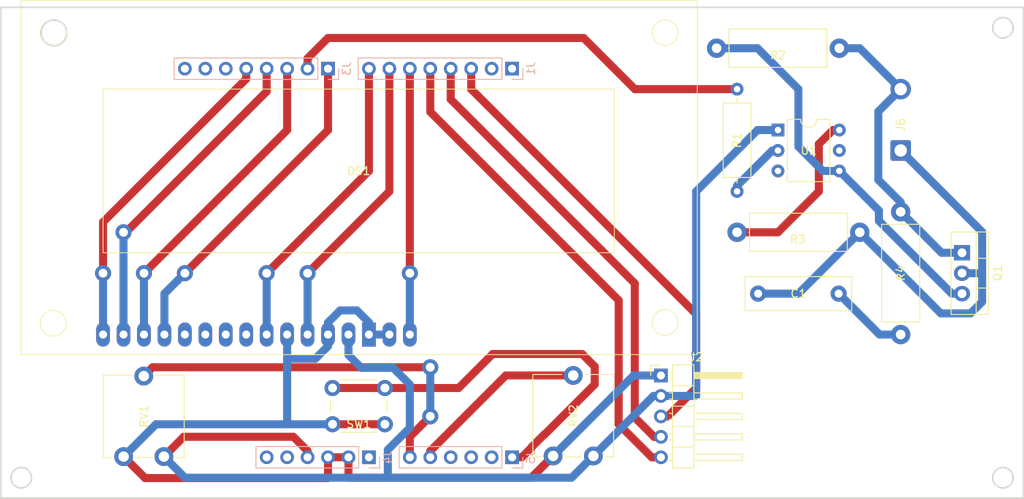
<source format=kicad_pcb>
(kicad_pcb (version 20221018) (generator pcbnew)
  (layers (0 "F.Cu" signal) (31 "B.Cu" signal) (34 "B.Paste" user) (35 "F.Paste" user) (36 "B.SilkS" user "B.Silkscreen") (37 "F.SilkS" user "F.Silkscreen") (38 "B.Mask" user) (39 "F.Mask" user) (44 "Edge.Cuts" user))
  (net 0 "")
  (net 1 "Net-(C1-Pad2)")
  (net 2 "GND")
  (net 3 "+5VD")
  (net 4 "Net-(DS1-A0)")
  (net 5 "Net-(DS1-E)")
  (net 10 "Net-(DS1-DB4)")
  (net 11 "Net-(DS1-DB5)")
  (net 12 "Net-(DS1-DB6)")
  (net 13 "Net-(DS1-DB7)")
  (net 14 "Net-(DS1-+LED)")
  (net 17 "Net-(J1-Pin_3)")
  (net 18 "Net-(J1-Pin_4)")
  (net 19 "Net-(J1-Pin_5)")
  (net 20 "Net-(J3-Pin_2)")
  (net 27 "Net-(J5-Pin_1)")
  (net 31 "Net-(J5-Pin_5)")
  (net 32 "Net-(J5-Pin_6)")
  (net 33 "Net-(J6-Pin_1)")
  (net 34 "Net-(Q1-G)")
  (net 35 "Net-(R1-Pad2)")
  (net 36 "Net-(R3-Pad1)")
  (net 39 "Net-(J6-Pin_2)")
  (footprint "Resistor_THT:R_Axial_DIN0414_L11.9mm_D4.5mm_P15.24mm_Horizontal" (layer "F.Cu") (at 185.42 91.44 90)
    (fp_text reference "R4" (at 7.62 0 90) (layer "F.SilkS"))
    (fp_text value "39")
    (fp_line (start 1.44 0) (end 1.55 0) (stroke (width 0.12)) (layer "F.SilkS"))
    (fp_line (start 1.55 -2.37) (end 1.55 2.37) (stroke (width 0.12)) (layer "F.SilkS"))
    (fp_line (start 1.55 2.37) (end 13.69 2.37) (stroke (width 0.12)) (layer "F.SilkS"))
    (fp_line (start 13.69 -2.37) (end 1.55 -2.37) (stroke (width 0.12)) (layer "F.SilkS"))
    (fp_line (start 13.69 2.37) (end 13.69 -2.37) (stroke (width 0.12)) (layer "F.SilkS"))
    (fp_line (start 13.8 0) (end 13.69 0) (stroke (width 0.12)) (layer "F.SilkS"))
    (pad "1" thru_hole circle (at 0 0 90) (size 2.4 2.4) (drill 1.2) (layers "*.Cu" "*.Mask") (net 1 "Net-(C1-Pad2)"))
    (pad "2" thru_hole oval (at 15.24 0 90) (size 2.4 2.4) (drill 1.2) (layers "*.Cu" "*.Mask") (net 39 "Net-(J6-Pin_2)"))
  )
  (footprint "Resistor_THT:R_Axial_DIN0309_L9.0mm_D3.2mm_P12.70mm_Horizontal" (layer "F.Cu") (at 165.1 60.96 -90)
    (fp_text reference "R1" (at 6.35 0 90) (layer "F.SilkS"))
    (fp_text value "220")
    (fp_line (start 1.04 0) (end 1.73 0) (stroke (width 0.12)) (layer "F.SilkS"))
    (fp_line (start 1.73 -1.72) (end 1.73 1.72) (stroke (width 0.12)) (layer "F.SilkS"))
    (fp_line (start 1.73 1.72) (end 10.97 1.72) (stroke (width 0.12)) (layer "F.SilkS"))
    (fp_line (start 10.97 -1.72) (end 1.73 -1.72) (stroke (width 0.12)) (layer "F.SilkS"))
    (fp_line (start 10.97 1.72) (end 10.97 -1.72) (stroke (width 0.12)) (layer "F.SilkS"))
    (fp_line (start 11.66 0) (end 10.97 0) (stroke (width 0.12)) (layer "F.SilkS"))
    (pad "1" thru_hole circle (at 0 0 270) (size 1.6 1.6) (drill 0.8) (layers "*.Cu" "*.Mask") (net 20 "Net-(J3-Pin_2)"))
    (pad "2" thru_hole oval (at 12.7 0 270) (size 1.6 1.6) (drill 0.8) (layers "*.Cu" "*.Mask") (net 35 "Net-(R1-Pad2)"))
  )
  (footprint "thermst:MT16S2H" (layer "F.Cu") (at 86.36 91.44)
    (fp_text reference "DS1" (at 31.75 -20.32) (layer "F.SilkS"))
    (fp_text value "MT-16S2H")
    (fp_rect (start -10.2 -41.5) (end 73.8 2.5) (stroke (width 0.1)) (fill none) (layer "F.SilkS"))
    (fp_rect (start 0 -10.16) (end 63.5 -30.48) (stroke (width 0.1)) (fill none) (layer "F.SilkS"))
    (fp_circle (center -6.2 -37.5) (end -4.6 -37.5) (stroke (width 0.1)) (fill none) (layer "F.SilkS"))
    (fp_circle (center -6.2 -1.4) (end -4.6 -1.4) (stroke (width 0.1)) (fill none) (layer "F.SilkS"))
    (fp_circle (center 69.8 -37.5) (end 71.4 -37.5) (stroke (width 0.1)) (fill none) (layer "F.SilkS"))
    (fp_circle (center 69.8 -1.5) (end 71.4 -1.5) (stroke (width 0.1)) (fill none) (layer "F.SilkS"))
    (pad "1" thru_hole rect (at 33.02 0 180) (size 1.7 3) (drill oval 1) (layers "*.Cu" "*.Mask") (net 2 "GND"))
    (pad "2" thru_hole oval (at 30.48 0 180) (size 1.7 3) (drill 1) (layers "*.Cu" "*.Mask") (net 3 "+5VD"))
    (pad "3" thru_hole oval (at 27.94 0 180) (size 1.7 3) (drill 1) (layers "*.Cu" "*.Mask") (net 2 "GND"))
    (pad "4" thru_hole oval (at 25.4 0 180) (size 1.7 3) (drill 1) (layers "*.Cu" "*.Mask") (net 4 "Net-(DS1-A0)"))
    (pad "5" thru_hole oval (at 22.86 0 180) (size 1.7 3) (drill 1) (layers "*.Cu" "*.Mask") (net 2 "GND"))
    (pad "6" thru_hole oval (at 20.32 0 180) (size 1.7 3) (drill 1) (layers "*.Cu" "*.Mask") (net 5 "Net-(DS1-E)"))
    (pad "7" thru_hole oval (at 17.78 0 180) (size 1.7 3) (drill 1) (layers "*.Cu" "*.Mask"))
    (pad "8" thru_hole oval (at 15.24 0 180) (size 1.7 3) (drill 1) (layers "*.Cu" "*.Mask"))
    (pad "9" thru_hole oval (at 12.7 0 180) (size 1.7 3) (drill 1) (layers "*.Cu" "*.Mask"))
    (pad "10" thru_hole oval (at 10.16 0 180) (size 1.7 3) (drill 1) (layers "*.Cu" "*.Mask"))
    (pad "11" thru_hole oval (at 7.62 0 180) (size 1.7 3) (drill 1) (layers "*.Cu" "*.Mask") (net 10 "Net-(DS1-DB4)"))
    (pad "12" thru_hole oval (at 5.08 0 180) (size 1.7 3) (drill 1) (layers "*.Cu" "*.Mask") (net 11 "Net-(DS1-DB5)"))
    (pad "13" thru_hole oval (at 2.54 0 180) (size 1.7 3) (drill 1) (layers "*.Cu" "*.Mask") (net 12 "Net-(DS1-DB6)"))
    (pad "14" thru_hole oval (at 0 0 180) (size 1.7 3) (drill 1) (layers "*.Cu" "*.Mask") (net 13 "Net-(DS1-DB7)"))
    (pad "15" thru_hole oval (at 38.1 0 180) (size 1.7 3) (drill 1) (layers "*.Cu" "*.Mask") (net 14 "Net-(DS1-+LED)"))
    (pad "16" thru_hole oval (at 35.56 0 180) (size 1.7 3) (drill 1) (layers "*.Cu" "*.Mask") (net 2 "GND"))
  )
  (footprint "Package_TO_SOT_THT:TO-220-3_Vertical" (layer "F.Cu") (at 193.04 81.28 -90)
    (fp_text reference "Q1" (at 2.54 -4.445 90) (layer "F.SilkS"))
    (fp_text value "BT138-600")
    (fp_line (start -2.58 -3.27) (end -2.58 1.371) (stroke (width 0.12)) (layer "F.SilkS"))
    (fp_line (start -2.58 -3.27) (end 7.66 -3.27) (stroke (width 0.12)) (layer "F.SilkS"))
    (fp_line (start -2.58 -1.76) (end 7.66 -1.76) (stroke (width 0.12)) (layer "F.SilkS"))
    (fp_line (start -2.58 1.371) (end 7.66 1.371) (stroke (width 0.12)) (layer "F.SilkS"))
    (fp_line (start 0.69 -3.27) (end 0.69 -1.76) (stroke (width 0.12)) (layer "F.SilkS"))
    (fp_line (start 4.391 -3.27) (end 4.391 -1.76) (stroke (width 0.12)) (layer "F.SilkS"))
    (fp_line (start 7.66 -3.27) (end 7.66 1.371) (stroke (width 0.12)) (layer "F.SilkS"))
    (pad "1" thru_hole rect (at 0 0 270) (size 1.905 2) (drill 1.1) (layers "*.Cu" "*.Mask") (net 39 "Net-(J6-Pin_2)"))
    (pad "2" thru_hole oval (at 2.54 0 270) (size 1.905 2) (drill 1.1) (layers "*.Cu" "*.Mask") (net 33 "Net-(J6-Pin_1)"))
    (pad "3" thru_hole oval (at 5.08 0 270) (size 1.905 2) (drill 1.1) (layers "*.Cu" "*.Mask") (net 34 "Net-(Q1-G)"))
  )
  (footprint "Connector_Wire:SolderWire-0.75sqmm_1x02_P4.8mm_D1.25mm_OD2.3mm" (layer "F.Cu") (at 185.42 68.58 90)
    (fp_text reference "J6" (at 3.175 0 90) (layer "F.SilkS"))
    (fp_text value "Conn_01x02")
    (pad "1" thru_hole roundrect (at 0 0 90) (size 2.55 2.55) (drill 1.55) (layers "*.Cu" "*.Mask") (roundrect_rratio 0.098039) (net 33 "Net-(J6-Pin_1)"))
    (pad "2" thru_hole circle (at 7.62 0 90) (size 2.55 2.55) (drill 1.55) (layers "*.Cu" "*.Mask") (net 39 "Net-(J6-Pin_2)"))
  )
  (footprint "Resistor_THT:R_Axial_DIN0414_L11.9mm_D4.5mm_P15.24mm_Horizontal" (layer "F.Cu") (at 165.1 78.74)
    (fp_text reference "R3" (at 7.54 0.88) (layer "F.SilkS"))
    (fp_text value "360")
    (fp_line (start 1.44 0) (end 1.55 0) (stroke (width 0.12)) (layer "F.SilkS"))
    (fp_line (start 1.55 -2.37) (end 1.55 2.37) (stroke (width 0.12)) (layer "F.SilkS"))
    (fp_line (start 1.55 2.37) (end 13.69 2.37) (stroke (width 0.12)) (layer "F.SilkS"))
    (fp_line (start 13.69 -2.37) (end 1.55 -2.37) (stroke (width 0.12)) (layer "F.SilkS"))
    (fp_line (start 13.69 2.37) (end 13.69 -2.37) (stroke (width 0.12)) (layer "F.SilkS"))
    (fp_line (start 13.8 0) (end 13.69 0) (stroke (width 0.12)) (layer "F.SilkS"))
    (pad "1" thru_hole circle (at 0 0) (size 2.4 2.4) (drill 1.2) (layers "*.Cu" "*.Mask") (net 36 "Net-(R3-Pad1)"))
    (pad "2" thru_hole oval (at 15.24 0) (size 2.4 2.4) (drill 1.2) (layers "*.Cu" "*.Mask") (net 33 "Net-(J6-Pin_1)"))
  )
  (footprint "Potentiometer_THT:Potentiometer_ACP_CA9-V10_Vertical" (layer "F.Cu") (at 93.915 106.6 90)
    (fp_text reference "RV1" (at 5 -2.475 90) (layer "F.SilkS"))
    (fp_text value "Temperature")
    (fp_line (start -0.12 -7.521) (end -0.12 -6.426) (stroke (width 0.12)) (layer "F.SilkS"))
    (fp_line (start -0.12 -7.521) (end 10.12 -7.521) (stroke (width 0.12)) (layer "F.SilkS"))
    (fp_line (start -0.12 -3.574) (end -0.12 -1.425) (stroke (width 0.12)) (layer "F.SilkS"))
    (fp_line (start -0.12 1.425) (end -0.12 2.52) (stroke (width 0.12)) (layer "F.SilkS"))
    (fp_line (start -0.12 2.52) (end 10.12 2.52) (stroke (width 0.12)) (layer "F.SilkS"))
    (fp_line (start 10.12 -7.521) (end 10.12 -3.925) (stroke (width 0.12)) (layer "F.SilkS"))
    (fp_line (start 10.12 -1.075) (end 10.12 2.52) (stroke (width 0.12)) (layer "F.SilkS"))
    (pad "1" thru_hole circle (at 0 0 90) (size 2.34 2.34) (drill 1.3) (layers "*.Cu" "*.Mask") (net 3 "+5VD"))
    (pad "2" thru_hole circle (at 10 -2.5 90) (size 2.34 2.34) (drill 1.3) (layers "*.Cu" "*.Mask") (net 32 "Net-(J5-Pin_6)"))
    (pad "3" thru_hole circle (at 0 -5 90) (size 2.34 2.34) (drill 1.3) (layers "*.Cu" "*.Mask") (net 2 "GND"))
  )
  (footprint "Resistor_THT:R_Axial_DIN0414_L11.9mm_D4.5mm_P15.24mm_Horizontal" (layer "F.Cu") (at 162.56 55.88)
    (fp_text reference "R2" (at 7.62 0.88) (layer "F.SilkS"))
    (fp_text value "360")
    (fp_line (start 1.44 0) (end 1.55 0) (stroke (width 0.12)) (layer "F.SilkS"))
    (fp_line (start 1.55 -2.37) (end 1.55 2.37) (stroke (width 0.12)) (layer "F.SilkS"))
    (fp_line (start 1.55 2.37) (end 13.69 2.37) (stroke (width 0.12)) (layer "F.SilkS"))
    (fp_line (start 13.69 -2.37) (end 1.55 -2.37) (stroke (width 0.12)) (layer "F.SilkS"))
    (fp_line (start 13.69 2.37) (end 13.69 -2.37) (stroke (width 0.12)) (layer "F.SilkS"))
    (fp_line (start 13.8 0) (end 13.69 0) (stroke (width 0.12)) (layer "F.SilkS"))
    (pad "1" thru_hole circle (at 0 0) (size 2.4 2.4) (drill 1.2) (layers "*.Cu" "*.Mask") (net 34 "Net-(Q1-G)"))
    (pad "2" thru_hole oval (at 15.24 0) (size 2.4 2.4) (drill 1.2) (layers "*.Cu" "*.Mask") (net 39 "Net-(J6-Pin_2)"))
  )
  (footprint "Package_DIP:DIP-6_W7.62mm" (layer "F.Cu") (at 170.18 66.04)
    (fp_text reference "U1" (at 3.81 2.54) (layer "F.SilkS"))
    (fp_text value "MOC3062M")
    (fp_line (start 1.16 -1.33) (end 1.16 6.41) (stroke (width 0.12)) (layer "F.SilkS"))
    (fp_line (start 1.16 6.41) (end 6.46 6.41) (stroke (width 0.12)) (layer "F.SilkS"))
    (fp_line (start 2.81 -1.33) (end 1.16 -1.33) (stroke (width 0.12)) (layer "F.SilkS"))
    (fp_line (start 6.46 -1.33) (end 4.81 -1.33) (stroke (width 0.12)) (layer "F.SilkS"))
    (fp_line (start 6.46 6.41) (end 6.46 -1.33) (stroke (width 0.12)) (layer "F.SilkS"))
    (fp_arc (start 4.81 -1.33) (mid 3.81 -0.33) (end 2.81 -1.33) (stroke (width 0.12)) (layer "F.SilkS"))
    (pad "1" thru_hole rect (at 0 0) (size 1.6 1.6) (drill 0.8) (layers "*.Cu" "*.Mask") (net 3 "+5VD"))
    (pad "2" thru_hole oval (at 0 2.54) (size 1.6 1.6) (drill 0.8) (layers "*.Cu" "*.Mask") (net 35 "Net-(R1-Pad2)"))
    (pad "3" thru_hole oval (at 0 5.08) (size 1.6 1.6) (drill 0.8) (layers "*.Cu" "*.Mask"))
    (pad "4" thru_hole oval (at 7.62 5.08) (size 1.6 1.6) (drill 0.8) (layers "*.Cu" "*.Mask") (net 34 "Net-(Q1-G)"))
    (pad "5" thru_hole oval (at 7.62 2.54) (size 1.6 1.6) (drill 0.8) (layers "*.Cu" "*.Mask"))
    (pad "6" thru_hole oval (at 7.62 0) (size 1.6 1.6) (drill 0.8) (layers "*.Cu" "*.Mask") (net 36 "Net-(R3-Pad1)"))
  )
  (footprint "Button_Switch_THT:SW_PUSH_6mm_H13mm" (layer "F.Cu") (at 121.36 102.58 180)
    (fp_text reference "SW1" (at 3.25 0.015564) (layer "F.SilkS"))
    (fp_text value "Mode")
    (fp_line (start -0.25 1.5) (end -0.25 3) (stroke (width 0.12)) (layer "F.SilkS"))
    (fp_line (start 1 5.5) (end 5.5 5.5) (stroke (width 0.12)) (layer "F.SilkS"))
    (fp_line (start 5.5 -1) (end 1 -1) (stroke (width 0.12)) (layer "F.SilkS"))
    (fp_line (start 6.75 3) (end 6.75 1.5) (stroke (width 0.12)) (layer "F.SilkS"))
    (pad "1" thru_hole circle (at 0 0 270) (size 2 2) (drill 1.1) (layers "*.Cu" "*.Mask") (net 2 "GND"))
    (pad "1" thru_hole circle (at 6.5 0 270) (size 2 2) (drill 1.1) (layers "*.Cu" "*.Mask") (net 2 "GND"))
    (pad "2" thru_hole circle (at 0 4.5 270) (size 2 2) (drill 1.1) (layers "*.Cu" "*.Mask") (net 27 "Net-(J5-Pin_1)"))
    (pad "2" thru_hole circle (at 6.5 4.5 270) (size 2 2) (drill 1.1) (layers "*.Cu" "*.Mask") (net 27 "Net-(J5-Pin_1)"))
  )
  (footprint "Capacitor_THT:C_Rect_L13.0mm_W4.0mm_P10.00mm_FKS3_FKP3_MKS4" (layer "F.Cu") (at 167.72 86.36)
    (fp_text reference "C1" (at 5 0) (layer "F.SilkS"))
    (fp_text value "0.01")
    (fp_line (start -1.62 -2.12) (end -1.62 2.12) (stroke (width 0.12)) (layer "F.SilkS"))
    (fp_line (start -1.62 -2.12) (end 11.62 -2.12) (stroke (width 0.12)) (layer "F.SilkS"))
    (fp_line (start -1.62 2.12) (end 11.62 2.12) (stroke (width 0.12)) (layer "F.SilkS"))
    (fp_line (start 11.62 -2.12) (end 11.62 2.12) (stroke (width 0.12)) (layer "F.SilkS"))
    (pad "1" thru_hole circle (at 0 0) (size 2 2) (drill 1) (layers "*.Cu" "*.Mask") (net 33 "Net-(J6-Pin_1)"))
    (pad "2" thru_hole circle (at 10 0) (size 2 2) (drill 1) (layers "*.Cu" "*.Mask") (net 1 "Net-(C1-Pad2)"))
  )
  (footprint "Connector_PinHeader_2.54mm:PinHeader_1x05_P2.54mm_Horizontal" (layer "F.Cu") (at 155.645 96.525)
    (fp_text reference "J2" (at 4.385 -2.27) (layer "F.SilkS"))
    (fp_text value "thermocouple")
    (fp_line (start -1.27 -1.27) (end 0 -1.27) (stroke (width 0.12)) (layer "F.SilkS"))
    (fp_line (start -1.27 0) (end -1.27 -1.27) (stroke (width 0.12)) (layer "F.SilkS"))
    (fp_line (start 1.042929 2.16) (end 1.44 2.16) (stroke (width 0.12)) (layer "F.SilkS"))
    (fp_line (start 1.042929 2.92) (end 1.44 2.92) (stroke (width 0.12)) (layer "F.SilkS"))
    (fp_line (start 1.042929 4.7) (end 1.44 4.7) (stroke (width 0.12)) (layer "F.SilkS"))
    (fp_line (start 1.042929 5.46) (end 1.44 5.46) (stroke (width 0.12)) (layer "F.SilkS"))
    (fp_line (start 1.042929 7.24) (end 1.44 7.24) (stroke (width 0.12)) (layer "F.SilkS"))
    (fp_line (start 1.042929 8) (end 1.44 8) (stroke (width 0.12)) (layer "F.SilkS"))
    (fp_line (start 1.042929 9.78) (end 1.44 9.78) (stroke (width 0.12)) (layer "F.SilkS"))
    (fp_line (start 1.042929 10.54) (end 1.44 10.54) (stroke (width 0.12)) (layer "F.SilkS"))
    (fp_line (start 1.11 -0.38) (end 1.44 -0.38) (stroke (width 0.12)) (layer "F.SilkS"))
    (fp_line (start 1.11 0.38) (end 1.44 0.38) (stroke (width 0.12)) (layer "F.SilkS"))
    (fp_line (start 1.44 -1.33) (end 1.44 11.49) (stroke (width 0.12)) (layer "F.SilkS"))
    (fp_line (start 1.44 1.27) (end 4.1 1.27) (stroke (width 0.12)) (layer "F.SilkS"))
    (fp_line (start 1.44 3.81) (end 4.1 3.81) (stroke (width 0.12)) (layer "F.SilkS"))
    (fp_line (start 1.44 6.35) (end 4.1 6.35) (stroke (width 0.12)) (layer "F.SilkS"))
    (fp_line (start 1.44 8.89) (end 4.1 8.89) (stroke (width 0.12)) (layer "F.SilkS"))
    (fp_line (start 1.44 11.49) (end 4.1 11.49) (stroke (width 0.12)) (layer "F.SilkS"))
    (fp_line (start 4.1 -1.33) (end 1.44 -1.33) (stroke (width 0.12)) (layer "F.SilkS"))
    (fp_line (start 4.1 -0.38) (end 10.1 -0.38) (stroke (width 0.12)) (layer "F.SilkS"))
    (fp_line (start 4.1 -0.32) (end 10.1 -0.32) (stroke (width 0.12)) (layer "F.SilkS"))
    (fp_line (start 4.1 -0.2) (end 10.1 -0.2) (stroke (width 0.12)) (layer "F.SilkS"))
    (fp_line (start 4.1 -0.08) (end 10.1 -0.08) (stroke (width 0.12)) (layer "F.SilkS"))
    (fp_line (start 4.1 0.04) (end 10.1 0.04) (stroke (width 0.12)) (layer "F.SilkS"))
    (fp_line (start 4.1 0.16) (end 10.1 0.16) (stroke (width 0.12)) (layer "F.SilkS"))
    (fp_line (start 4.1 0.28) (end 10.1 0.28) (stroke (width 0.12)) (layer "F.SilkS"))
    (fp_line (start 4.1 2.16) (end 10.1 2.16) (stroke (width 0.12)) (layer "F.SilkS"))
    (fp_line (start 4.1 4.7) (end 10.1 4.7) (stroke (width 0.12)) (layer "F.SilkS"))
    (fp_line (start 4.1 7.24) (end 10.1 7.24) (stroke (width 0.12)) (layer "F.SilkS"))
    (fp_line (start 4.1 9.78) (end 10.1 9.78) (stroke (width 0.12)) (layer "F.SilkS"))
    (fp_line (start 4.1 11.49) (end 4.1 -1.33) (stroke (width 0.12)) (layer "F.SilkS"))
    (fp_line (start 10.1 -0.38) (end 10.1 0.38) (stroke (width 0.12)) (layer "F.SilkS"))
    (fp_line (start 10.1 0.38) (end 4.1 0.38) (stroke (width 0.12)) (layer "F.SilkS"))
    (fp_line (start 10.1 2.16) (end 10.1 2.92) (stroke (width 0.12)) (layer "F.SilkS"))
    (fp_line (start 10.1 2.92) (end 4.1 2.92) (stroke (width 0.12)) (layer "F.SilkS"))
    (fp_line (start 10.1 4.7) (end 10.1 5.46) (stroke (width 0.12)) (layer "F.SilkS"))
    (fp_line (start 10.1 5.46) (end 4.1 5.46) (stroke (width 0.12)) (layer "F.SilkS"))
    (fp_line (start 10.1 7.24) (end 10.1 8) (stroke (width 0.12)) (layer "F.SilkS"))
    (fp_line (start 10.1 8) (end 4.1 8) (stroke (width 0.12)) (layer "F.SilkS"))
    (fp_line (start 10.1 9.78) (end 10.1 10.54) (stroke (width 0.12)) (layer "F.SilkS"))
    (fp_line (start 10.1 10.54) (end 4.1 10.54) (stroke (width 0.12)) (layer "F.SilkS"))
    (pad "1" thru_hole rect (at 0 0) (size 1.7 1.7) (drill 1) (layers "*.Cu" "*.Mask") (net 2 "GND"))
    (pad "2" thru_hole oval (at 0 2.54) (size 1.7 1.7) (drill 1) (layers "*.Cu" "*.Mask") (net 3 "+5VD"))
    (pad "3" thru_hole oval (at 0 5.08) (size 1.7 1.7) (drill 1) (layers "*.Cu" "*.Mask") (net 17 "Net-(J1-Pin_3)"))
    (pad "4" thru_hole oval (at 0 7.62) (size 1.7 1.7) (drill 1) (layers "*.Cu" "*.Mask") (net 18 "Net-(J1-Pin_4)"))
    (pad "5" thru_hole oval (at 0 10.16) (size 1.7 1.7) (drill 1) (layers "*.Cu" "*.Mask") (net 19 "Net-(J1-Pin_5)"))
  )
  (footprint "Potentiometer_THT:Potentiometer_ACP_CA9-V10_Vertical" (layer "F.Cu") (at 147.255 106.52 90)
    (fp_text reference "RV2" (at 5 -2.475 90) (layer "F.SilkS"))
    (fp_text value "Power")
    (fp_line (start -0.12 -7.521) (end -0.12 -6.426) (stroke (width 0.12)) (layer "F.SilkS"))
    (fp_line (start -0.12 -7.521) (end 10.12 -7.521) (stroke (width 0.12)) (layer "F.SilkS"))
    (fp_line (start -0.12 -3.574) (end -0.12 -1.425) (stroke (width 0.12)) (layer "F.SilkS"))
    (fp_line (start -0.12 1.425) (end -0.12 2.52) (stroke (width 0.12)) (layer "F.SilkS"))
    (fp_line (start -0.12 2.52) (end 10.12 2.52) (stroke (width 0.12)) (layer "F.SilkS"))
    (fp_line (start 10.12 -7.521) (end 10.12 -3.925) (stroke (width 0.12)) (layer "F.SilkS"))
    (fp_line (start 10.12 -1.075) (end 10.12 2.52) (stroke (width 0.12)) (layer "F.SilkS"))
    (pad "1" thru_hole circle (at 0 0 90) (size 2.34 2.34) (drill 1.3) (layers "*.Cu" "*.Mask") (net 3 "+5VD"))
    (pad "2" thru_hole circle (at 10 -2.5 90) (size 2.34 2.34) (drill 1.3) (layers "*.Cu" "*.Mask") (net 31 "Net-(J5-Pin_5)"))
    (pad "3" thru_hole circle (at 0 -5 90) (size 2.34 2.34) (drill 1.3) (layers "*.Cu" "*.Mask") (net 2 "GND"))
  )
  (footprint "Connector_PinHeader_2.54mm:PinHeader_1x08_P2.54mm_Vertical" (layer "B.Cu") (at 114.3 58.42 90)
    (fp_text reference "J3" (at 0 2.33 90) (layer "B.SilkS") (effects (justify mirror)))
    (fp_text value "Port B")
    (fp_line (start -1.33 -19.11) (end 1.33 -19.11) (stroke (width 0.12)) (layer "B.SilkS"))
    (fp_line (start -1.33 -1.27) (end -1.33 -19.11) (stroke (width 0.12)) (layer "B.SilkS"))
    (fp_line (start -1.33 -1.27) (end 1.33 -1.27) (stroke (width 0.12)) (layer "B.SilkS"))
    (fp_line (start -1.33 0) (end -1.33 1.33) (stroke (width 0.12)) (layer "B.SilkS"))
    (fp_line (start -1.33 1.33) (end 0 1.33) (stroke (width 0.12)) (layer "B.SilkS"))
    (fp_line (start 1.33 -1.27) (end 1.33 -19.11) (stroke (width 0.12)) (layer "B.SilkS"))
    (pad "1" thru_hole rect (at 0 0 90) (size 1.7 1.7) (drill 1) (layers "*.Cu" "*.Mask") (net 10 "Net-(DS1-DB4)"))
    (pad "2" thru_hole oval (at 0 -2.54 90) (size 1.7 1.7) (drill 1) (layers "*.Cu" "*.Mask") (net 20 "Net-(J3-Pin_2)"))
    (pad "3" thru_hole oval (at 0 -5.08 90) (size 1.7 1.7) (drill 1) (layers "*.Cu" "*.Mask") (net 11 "Net-(DS1-DB5)"))
    (pad "4" thru_hole oval (at 0 -7.62 90) (size 1.7 1.7) (drill 1) (layers "*.Cu" "*.Mask") (net 12 "Net-(DS1-DB6)"))
    (pad "5" thru_hole oval (at 0 -10.16 90) (size 1.7 1.7) (drill 1) (layers "*.Cu" "*.Mask") (net 13 "Net-(DS1-DB7)"))
    (pad "6" thru_hole oval (at 0 -12.7 90) (size 1.7 1.7) (drill 1) (layers "*.Cu" "*.Mask"))
    (pad "7" thru_hole oval (at 0 -15.24 90) (size 1.7 1.7) (drill 1) (layers "*.Cu" "*.Mask"))
    (pad "8" thru_hole oval (at 0 -17.78 90) (size 1.7 1.7) (drill 1) (layers "*.Cu" "*.Mask"))
  )
  (footprint "Connector_PinHeader_2.54mm:PinHeader_1x06_P2.54mm_Vertical" (layer "B.Cu") (at 137.16 106.68 90)
    (fp_text reference "J5" (at 0 2.33 90) (layer "B.SilkS") (effects (justify mirror)))
    (fp_text value "Analog In")
    (fp_line (start -1.33 -14.03) (end 1.33 -14.03) (stroke (width 0.12)) (layer "B.SilkS"))
    (fp_line (start -1.33 -1.27) (end -1.33 -14.03) (stroke (width 0.12)) (layer "B.SilkS"))
    (fp_line (start -1.33 -1.27) (end 1.33 -1.27) (stroke (width 0.12)) (layer "B.SilkS"))
    (fp_line (start -1.33 0) (end -1.33 1.33) (stroke (width 0.12)) (layer "B.SilkS"))
    (fp_line (start -1.33 1.33) (end 0 1.33) (stroke (width 0.12)) (layer "B.SilkS"))
    (fp_line (start 1.33 -1.27) (end 1.33 -14.03) (stroke (width 0.12)) (layer "B.SilkS"))
    (pad "1" thru_hole rect (at 0 0 90) (size 1.7 1.7) (drill 1) (layers "*.Cu" "*.Mask") (net 27 "Net-(J5-Pin_1)"))
    (pad "2" thru_hole oval (at 0 -2.54 90) (size 1.7 1.7) (drill 1) (layers "*.Cu" "*.Mask"))
    (pad "3" thru_hole oval (at 0 -5.08 90) (size 1.7 1.7) (drill 1) (layers "*.Cu" "*.Mask"))
    (pad "4" thru_hole oval (at 0 -7.62 90) (size 1.7 1.7) (drill 1) (layers "*.Cu" "*.Mask"))
    (pad "5" thru_hole oval (at 0 -10.16 90) (size 1.7 1.7) (drill 1) (layers "*.Cu" "*.Mask") (net 31 "Net-(J5-Pin_5)"))
    (pad "6" thru_hole oval (at 0 -12.7 90) (size 1.7 1.7) (drill 1) (layers "*.Cu" "*.Mask") (net 32 "Net-(J5-Pin_6)"))
  )
  (footprint "Connector_PinHeader_2.54mm:PinHeader_1x06_P2.54mm_Vertical" (layer "B.Cu") (at 119.38 106.68 90)
    (fp_text reference "J4" (at 0 2.33 90) (layer "B.SilkS") (effects (justify mirror)))
    (fp_text value "Power")
    (fp_line (start -1.33 -14.03) (end 1.33 -14.03) (stroke (width 0.12)) (layer "B.SilkS"))
    (fp_line (start -1.33 -1.27) (end -1.33 -14.03) (stroke (width 0.12)) (layer "B.SilkS"))
    (fp_line (start -1.33 -1.27) (end 1.33 -1.27) (stroke (width 0.12)) (layer "B.SilkS"))
    (fp_line (start -1.33 0) (end -1.33 1.33) (stroke (width 0.12)) (layer "B.SilkS"))
    (fp_line (start -1.33 1.33) (end 0 1.33) (stroke (width 0.12)) (layer "B.SilkS"))
    (fp_line (start 1.33 -1.27) (end 1.33 -14.03) (stroke (width 0.12)) (layer "B.SilkS"))
    (pad "1" thru_hole rect (at 0 0 90) (size 1.7 1.7) (drill 1) (layers "*.Cu" "*.Mask"))
    (pad "2" thru_hole oval (at 0 -2.54 90) (size 1.7 1.7) (drill 1) (layers "*.Cu" "*.Mask") (net 2 "GND"))
    (pad "3" thru_hole oval (at 0 -5.08 90) (size 1.7 1.7) (drill 1) (layers "*.Cu" "*.Mask") (net 2 "GND"))
    (pad "4" thru_hole oval (at 0 -7.62 90) (size 1.7 1.7) (drill 1) (layers "*.Cu" "*.Mask") (net 3 "+5VD"))
    (pad "5" thru_hole oval (at 0 -10.16 90) (size 1.7 1.7) (drill 1) (layers "*.Cu" "*.Mask"))
    (pad "6" thru_hole oval (at 0 -12.7 90) (size 1.7 1.7) (drill 1) (layers "*.Cu" "*.Mask"))
  )
  (footprint "Connector_PinHeader_2.54mm:PinHeader_1x08_P2.54mm_Vertical" (layer "B.Cu") (at 137.16 58.42 90)
    (fp_text reference "J1" (at 0 2.33 90) (layer "B.SilkS") (effects (justify mirror)))
    (fp_text value "Port D")
    (fp_line (start -1.33 -19.11) (end 1.33 -19.11) (stroke (width 0.12)) (layer "B.SilkS"))
    (fp_line (start -1.33 -1.27) (end -1.33 -19.11) (stroke (width 0.12)) (layer "B.SilkS"))
    (fp_line (start -1.33 -1.27) (end 1.33 -1.27) (stroke (width 0.12)) (layer "B.SilkS"))
    (fp_line (start -1.33 0) (end -1.33 1.33) (stroke (width 0.12)) (layer "B.SilkS"))
    (fp_line (start -1.33 1.33) (end 0 1.33) (stroke (width 0.12)) (layer "B.SilkS"))
    (fp_line (start 1.33 -1.27) (end 1.33 -19.11) (stroke (width 0.12)) (layer "B.SilkS"))
    (pad "1" thru_hole rect (at 0 0 90) (size 1.7 1.7) (drill 1) (layers "*.Cu" "*.Mask"))
    (pad "2" thru_hole oval (at 0 -2.54 90) (size 1.7 1.7) (drill 1) (layers "*.Cu" "*.Mask"))
    (pad "3" thru_hole oval (at 0 -5.08 90) (size 1.7 1.7) (drill 1) (layers "*.Cu" "*.Mask") (net 17 "Net-(J1-Pin_3)"))
    (pad "4" thru_hole oval (at 0 -7.62 90) (size 1.7 1.7) (drill 1) (layers "*.Cu" "*.Mask") (net 18 "Net-(J1-Pin_4)"))
    (pad "5" thru_hole oval (at 0 -10.16 90) (size 1.7 1.7) (drill 1) (layers "*.Cu" "*.Mask") (net 19 "Net-(J1-Pin_5)"))
    (pad "6" thru_hole oval (at 0 -12.7 90) (size 1.7 1.7) (drill 1) (layers "*.Cu" "*.Mask") (net 14 "Net-(DS1-+LED)"))
    (pad "7" thru_hole oval (at 0 -15.24 90) (size 1.7 1.7) (drill 1) (layers "*.Cu" "*.Mask") (net 4 "Net-(DS1-A0)"))
    (pad "8" thru_hole oval (at 0 -17.78 90) (size 1.7 1.7) (drill 1) (layers "*.Cu" "*.Mask") (net 5 "Net-(DS1-E)"))
  )
  (gr_circle (center 80.264 53.975) (end 78.867 53.213) (stroke (width 0.2)) (fill none) (layer "Edge.Cuts"))
  (gr_line (start 200.66 50.8) (end 200.66 111.76) (stroke (width 0.2)) (layer "Edge.Cuts"))
  (gr_circle (center 76.2 109.22) (end 77.47 109.22) (stroke (width 0.2)) (fill none) (layer "Edge.Cuts"))
  (gr_line (start 200.66 111.76) (end 73.66 111.76) (stroke (width 0.2)) (layer "Edge.Cuts"))
  (gr_circle (center 198.12 53.34) (end 198.12 52.07) (stroke (width 0.2)) (fill none) (layer "Edge.Cuts"))
  (gr_line (start 73.66 50.8) (end 200.66 50.8) (stroke (width 0.2)) (layer "Edge.Cuts"))
  (gr_circle (center 198.12 109.22) (end 198.12 107.95) (stroke (width 0.2)) (fill none) (layer "Edge.Cuts"))
  (gr_line (start 73.66 50.8) (end 73.66 111.76) (stroke (width 0.2)) (layer "Edge.Cuts"))
  (segment (start 182.8 91.44) (end 177.72 86.36) (width 1) (layer "B.Cu") (net 1))
  (segment (start 185.42 91.44) (end 182.8 91.44) (width 1) (layer "B.Cu") (net 1))
  (segment (start 116.9125 109.22) (end 139.555 109.22) (width 1) (layer "F.Cu") (net 2))
  (segment (start 114.3 106.68) (end 114.3 109.22) (width 1) (layer "F.Cu") (net 2))
  (segment (start 91.580009 109.265009) (end 88.915 106.6) (width 1) (layer "F.Cu") (net 2))
  (segment (start 116.84 106.68) (end 116.84 109.1475) (width 1) (layer "F.Cu") (net 2))
  (segment (start 114.3 109.22) (end 114.254991 109.265009) (width 1) (layer "F.Cu") (net 2))
  (segment (start 116.84 109.1475) (end 116.9125 109.22) (width 1) (layer "F.Cu") (net 2))
  (segment (start 116.84 106.68) (end 114.3 106.68) (width 1) (layer "F.Cu") (net 2))
  (segment (start 139.555 109.22) (end 142.255 106.52) (width 1) (layer "F.Cu") (net 2))
  (segment (start 139.6275 109.1475) (end 142.255 106.52) (width 1) (layer "F.Cu") (net 2))
  (segment (start 114.86 102.58) (end 121.36 102.58) (width 1) (layer "F.Cu") (net 2))
  (segment (start 114.254991 109.265009) (end 91.580009 109.265009) (width 1) (layer "F.Cu") (net 2))
  (segment (start 92.935 102.58) (end 114.86 102.58) (width 1) (layer "B.Cu") (net 2))
  (segment (start 119.38 89.94) (end 119.38 91.44) (width 1) (layer "B.Cu") (net 2))
  (segment (start 109.22 91.44) (end 109.22 94.438753) (width 1) (layer "B.Cu") (net 2))
  (segment (start 114.3 89.943742) (end 115.802495 88.441247) (width 1) (layer "B.Cu") (net 2))
  (segment (start 114.3 92.872963) (end 114.3 91.44) (width 1) (layer "B.Cu") (net 2))
  (segment (start 115.802495 88.441247) (end 117.881247 88.441247) (width 1) (layer "B.Cu") (net 2))
  (segment (start 152.25 96.525) (end 142.255 106.52) (width 1) (layer "B.Cu") (net 2))
  (segment (start 109.22 102.58) (end 109.22 94.438753) (width 1) (layer "B.Cu") (net 2))
  (segment (start 114.3 91.44) (end 114.3 89.943742) (width 1) (layer "B.Cu") (net 2))
  (segment (start 117.881247 88.441247) (end 119.38 89.94) (width 1) (layer "B.Cu") (net 2))
  (segment (start 109.22 94.438753) (end 112.73421 94.438753) (width 1) (layer "B.Cu") (net 2))
  (segment (start 112.73421 94.438753) (end 114.3 92.872963) (width 1) (layer "B.Cu") (net 2))
  (segment (start 155.645 96.525) (end 152.25 96.525) (width 1) (layer "B.Cu") (net 2))
  (segment (start 88.915 106.6) (end 92.935 102.58) (width 1) (layer "B.Cu") (net 2))
  (segment (start 119.38 91.44) (end 121.92 91.44) (width 1) (layer "B.Cu") (net 2))
  (segment (start 111.76 105.898244) (end 110.001756 104.14) (width 1) (layer "F.Cu") (net 3))
  (segment (start 110.001756 104.14) (end 96.375 104.14) (width 1) (layer "F.Cu") (net 3))
  (segment (start 111.76 106.68) (end 111.76 105.898244) (width 1) (layer "F.Cu") (net 3))
  (segment (start 96.375 104.14) (end 93.915 106.6) (width 1) (layer "F.Cu") (net 3))
  (segment (start 118.44 95.58) (end 116.84 93.98) (width 1) (layer "B.Cu") (net 3))
  (segment (start 116.84 93.98) (end 116.84 91.44) (width 1) (layer "B.Cu") (net 3))
  (segment (start 144.555 109.22) (end 147.255 106.52) (width 1) (layer "B.Cu") (net 3))
  (segment (start 160.02 99.06) (end 160.015 99.065) (width 1) (layer "B.Cu") (net 3))
  (segment (start 159.894991 93.854991) (end 160.02 93.98) (width 1) (layer "B.Cu") (net 3))
  (segment (start 160.02 73.66) (end 160.02 93.98) (width 1) (layer "B.Cu") (net 3))
  (segment (start 160.02 93.98) (end 160.02 99.06) (width 1) (layer "B.Cu") (net 3))
  (segment (start 121.73 109.22) (end 121.73 105.745536) (width 1) (layer "B.Cu") (net 3))
  (segment (start 96.535 109.22) (end 144.555 109.22) (width 1) (layer "B.Cu") (net 3))
  (segment (start 155.645 99.065) (end 154.71 99.065) (width 1) (layer "B.Cu") (net 3))
  (segment (start 124.46 103.015536) (end 124.46 97.644464) (width 1) (layer "B.Cu") (net 3))
  (segment (start 93.915 106.6) (end 96.535 109.22) (width 1) (layer "B.Cu") (net 3))
  (segment (start 121.73 105.745536) (end 124.46 103.015536) (width 1) (layer "B.Cu") (net 3))
  (segment (start 122.395536 95.58) (end 118.44 95.58) (width 1) (layer "B.Cu") (net 3))
  (segment (start 160.015 99.065) (end 155.645 99.065) (width 1) (layer "B.Cu") (net 3))
  (segment (start 124.46 97.644464) (end 122.395536 95.58) (width 1) (layer "B.Cu") (net 3))
  (segment (start 154.71 99.065) (end 147.255 106.52) (width 1) (layer "B.Cu") (net 3))
  (segment (start 170.18 66.04) (end 167.64 66.04) (width 1) (layer "B.Cu") (net 3))
  (segment (start 167.64 66.04) (end 160.02 73.66) (width 1) (layer "B.Cu") (net 3))
  (segment (start 121.92 73.66) (end 111.76 83.82) (width 1) (layer "F.Cu") (net 4))
  (segment (start 121.92 58.42) (end 121.92 73.66) (width 1) (layer "F.Cu") (net 4))
  (via (at 111.76 83.82) (size 2) (drill 1.1) (layers "F.Cu" "B.Cu") (net 4))
  (segment (start 111.76 83.82) (end 111.76 91.44) (width 1) (layer "B.Cu") (net 4))
  (segment (start 119.38 58.42) (end 119.38 71.12) (width 1) (layer "F.Cu") (net 5))
  (segment (start 119.38 71.12) (end 106.68 83.82) (width 1) (layer "F.Cu") (net 5))
  (via (at 106.68 83.82) (size 2) (drill 1.1) (layers "F.Cu" "B.Cu") (net 5))
  (segment (start 106.68 83.82) (end 106.68 91.44) (width 1) (layer "B.Cu") (net 5))
  (segment (start 96.52 83.82) (end 114.3 66.04) (width 1) (layer "F.Cu") (net 10))
  (segment (start 114.3 66.04) (end 114.3 58.42) (width 1) (layer "F.Cu") (net 10))
  (via (at 96.52 83.82) (size 2) (drill 1.1) (layers "F.Cu" "B.Cu") (net 10))
  (segment (start 96.52 83.82) (end 93.98 86.36) (width 1) (layer "B.Cu") (net 10))
  (segment (start 93.98 86.36) (end 93.98 91.44) (width 1) (layer "B.Cu") (net 10))
  (segment (start 109.22 66.04) (end 91.44 83.82) (width 1) (layer "F.Cu") (net 11))
  (segment (start 109.22 58.42) (end 109.22 66.04) (width 1) (layer "F.Cu") (net 11))
  (via (at 91.44 83.82) (size 2) (drill 1.1) (layers "F.Cu" "B.Cu") (net 11))
  (segment (start 91.44 83.82) (end 91.44 91.44) (width 1) (layer "B.Cu") (net 11))
  (segment (start 89.188428 78.74) (end 88.9 78.74) (width 1) (layer "F.Cu") (net 12))
  (segment (start 106.68 61.248428) (end 89.188428 78.74) (width 1) (layer "F.Cu") (net 12))
  (segment (start 106.68 58.42) (end 106.68 61.248428) (width 1) (layer "F.Cu") (net 12))
  (via (at 88.9 78.74) (size 2) (drill 1.1) (layers "F.Cu" "B.Cu") (net 12))
  (segment (start 88.9 78.74) (end 88.9 91.44) (width 1) (layer "B.Cu") (net 12))
  (segment (start 86.36 77.47) (end 86.36 83.82) (width 1) (layer "F.Cu") (net 13))
  (segment (start 104.14 59.69) (end 86.36 77.47) (width 1) (layer "F.Cu") (net 13))
  (segment (start 104.14 58.42) (end 104.14 59.69) (width 1) (layer "F.Cu") (net 13))
  (via (at 86.36 83.82) (size 2) (drill 1.1) (layers "F.Cu" "B.Cu") (net 13))
  (segment (start 86.36 83.82) (end 86.36 91.44) (width 1) (layer "B.Cu") (net 13))
  (segment (start 124.46 58.42) (end 124.46 83.82) (width 1) (layer "F.Cu") (net 14))
  (via (at 124.46 83.82) (size 2) (drill 1.1) (layers "F.Cu" "B.Cu") (net 14))
  (segment (start 124.46 83.82) (end 124.46 91.44) (width 1) (layer "B.Cu") (net 14))
  (segment (start 132.08 60.96) (end 160.02 88.9) (width 1) (layer "F.Cu") (net 17))
  (segment (start 160.02 98.08) (end 156.495 101.605) (width 1) (layer "F.Cu") (net 17))
  (segment (start 156.495 101.605) (end 155.645 101.605) (width 1) (layer "F.Cu") (net 17))
  (segment (start 132.08 58.42) (end 132.08 60.96) (width 1) (layer "F.Cu") (net 17))
  (segment (start 160.02 88.9) (end 160.02 98.08) (width 1) (layer "F.Cu") (net 17))
  (segment (start 129.54 58.42) (end 129.54 62.23) (width 1) (layer "F.Cu") (net 18))
  (segment (start 154.795 104.145) (end 155.645 104.145) (width 1) (layer "F.Cu") (net 18))
  (segment (start 152.4 101.75) (end 154.795 104.145) (width 1) (layer "F.Cu") (net 18))
  (segment (start 129.54 62.23) (end 152.4 85.09) (width 1) (layer "F.Cu") (net 18))
  (segment (start 152.4 85.09) (end 152.4 101.75) (width 1) (layer "F.Cu") (net 18))
  (segment (start 150.4 102.578428) (end 154.506572 106.685) (width 1) (layer "F.Cu") (net 19))
  (segment (start 127 58.42) (end 127 63.788428) (width 1) (layer "F.Cu") (net 19))
  (segment (start 127 63.788428) (end 150.4 87.188428) (width 1) (layer "F.Cu") (net 19))
  (segment (start 154.506572 106.685) (end 155.645 106.685) (width 1) (layer "F.Cu") (net 19))
  (segment (start 150.4 87.188428) (end 150.4 102.578428) (width 1) (layer "F.Cu") (net 19))
  (segment (start 114.28868 54.61) (end 146.05 54.61) (width 1) (layer "F.Cu") (net 20))
  (segment (start 111.76 57.13868) (end 114.28868 54.61) (width 1) (layer "F.Cu") (net 20))
  (segment (start 152.4 60.96) (end 165.1 60.96) (width 1) (layer "F.Cu") (net 20))
  (segment (start 111.76 58.42) (end 111.76 57.13868) (width 1) (layer "F.Cu") (net 20))
  (segment (start 146.05 54.61) (end 152.4 60.96) (width 1) (layer "F.Cu") (net 20))
  (segment (start 139.585 105.464185) (end 138.369185 106.68) (width 1) (layer "F.Cu") (net 27))
  (segment (start 141.194194 103.854991) (end 141.145824 103.854991) (width 1) (layer "F.Cu") (net 27))
  (segment (start 147.425 95.415815) (end 147.425 97.624185) (width 1) (layer "F.Cu") (net 27))
  (segment (start 130.52 98.08) (end 134.745009 93.854991) (width 1) (layer "F.Cu") (net 27))
  (segment (start 134.745009 93.854991) (end 145.864176 93.854991) (width 1) (layer "F.Cu") (net 27))
  (segment (start 141.145824 103.854991) (end 139.585 105.415815) (width 1) (layer "F.Cu") (net 27))
  (segment (start 147.425 97.624185) (end 141.194194 103.854991) (width 1) (layer "F.Cu") (net 27))
  (segment (start 139.585 105.415815) (end 139.585 105.464185) (width 1) (layer "F.Cu") (net 27))
  (segment (start 138.369185 106.68) (end 137.16 106.68) (width 1) (layer "F.Cu") (net 27))
  (segment (start 145.864176 93.854991) (end 147.425 95.415815) (width 1) (layer "F.Cu") (net 27))
  (segment (start 114.86 98.08) (end 130.52 98.08) (width 1) (layer "F.Cu") (net 27))
  (segment (start 127 106.68) (end 127 105.898244) (width 1) (layer "F.Cu") (net 31))
  (segment (start 127 105.898244) (end 136.378244 96.52) (width 1) (layer "F.Cu") (net 31))
  (segment (start 136.378244 96.52) (end 144.755 96.52) (width 1) (layer "F.Cu") (net 31))
  (segment (start 127 101.6) (end 124.46 104.14) (width 1) (layer "F.Cu") (net 32))
  (segment (start 124.46 104.14) (end 124.46 106.68) (width 1) (layer "F.Cu") (net 32))
  (segment (start 92.511 95.504) (end 127 95.504) (width 1) (layer "F.Cu") (net 32))
  (segment (start 91.415 96.6) (end 92.511 95.504) (width 1) (layer "F.Cu") (net 32))
  (via (at 127 95.504) (size 2) (drill 1.1) (layers "F.Cu" "B.Cu") (net 32))
  (via (at 127 101.6) (size 2) (drill 1.1) (layers "F.Cu" "B.Cu") (net 32))
  (segment (start 127 101.6) (end 127 95.504) (width 1) (layer "B.Cu") (net 32))
  (segment (start 190.4125 88.8125) (end 180.34 78.74) (width 1) (layer "B.Cu") (net 33))
  (segment (start 172.72 86.36) (end 180.34 78.74) (width 1) (layer "B.Cu") (net 33))
  (segment (start 167.72 86.36) (end 172.72 86.36) (width 1) (layer "B.Cu") (net 33))
  (segment (start 193.04 83.82) (end 195.54 83.82) (width 1) (layer "B.Cu") (net 33))
  (segment (start 195.54 83.82) (end 195.54 85.321224) (width 1) (layer "B.Cu") (net 33))
  (segment (start 185.42 68.58) (end 195.54 78.7) (width 1) (layer "B.Cu") (net 33))
  (segment (start 195.538777 85.322447) (end 195.538777 87.37665) (width 1) (layer "B.Cu") (net 33))
  (segment (start 194.102927 88.8125) (end 190.4125 88.8125) (width 1) (layer "B.Cu") (net 33))
  (segment (start 195.54 85.321224) (end 195.538777 85.322447) (width 1) (layer "B.Cu") (net 33))
  (segment (start 195.538777 87.37665) (end 194.102927 88.8125) (width 1) (layer "B.Cu") (net 33))
  (segment (start 195.54 78.7) (end 195.54 83.82) (width 1) (layer "B.Cu") (net 33))
  (segment (start 175.74 71.12) (end 177.8 71.12) (width 1) (layer "B.Cu") (net 34))
  (segment (start 172.72 60.96) (end 172.72 68.1) (width 1) (layer "B.Cu") (net 34))
  (segment (start 182.72 77.316567) (end 182.72 76.04) (width 1) (layer "B.Cu") (net 34))
  (segment (start 190.5 85.09) (end 190.493433 85.09) (width 1) (layer "B.Cu") (net 34))
  (segment (start 193.04 86.36) (end 191.77 86.36) (width 1) (layer "B.Cu") (net 34))
  (segment (start 172.72 68.1) (end 175.74 71.12) (width 1) (layer "B.Cu") (net 34))
  (segment (start 190.493433 85.09) (end 182.72 77.316567) (width 1) (layer "B.Cu") (net 34))
  (segment (start 167.64 55.88) (end 172.72 60.96) (width 1) (layer "B.Cu") (net 34))
  (segment (start 182.72 76.04) (end 177.8 71.12) (width 1) (layer "B.Cu") (net 34))
  (segment (start 191.77 86.36) (end 190.5 85.09) (width 1) (layer "B.Cu") (net 34))
  (segment (start 162.56 55.88) (end 167.64 55.88) (width 1) (layer "B.Cu") (net 34))
  (segment (start 169.474422 68.58) (end 170.18 68.58) (width 1) (layer "B.Cu") (net 35))
  (segment (start 165.1 72.954422) (end 169.474422 68.58) (width 1) (layer "B.Cu") (net 35))
  (segment (start 165.1 73.66) (end 165.1 72.954422) (width 1) (layer "B.Cu") (net 35))
  (segment (start 175.26 73.66) (end 175.26 67.78) (width 1) (layer "F.Cu") (net 36))
  (segment (start 177 66.04) (end 177.8 66.04) (width 1) (layer "F.Cu") (net 36))
  (segment (start 170.18 78.74) (end 175.26 73.66) (width 1) (layer "F.Cu") (net 36))
  (segment (start 175.26 67.78) (end 177 66.04) (width 1) (layer "F.Cu") (net 36))
  (segment (start 165.1 78.74) (end 170.18 78.74) (width 1) (layer "F.Cu") (net 36))
  (segment (start 193.04 81.28) (end 190.5 81.28) (width 1) (layer "B.Cu") (net 39))
  (segment (start 180.34 55.88) (end 185.42 60.96) (width 1) (layer "B.Cu") (net 39))
  (segment (start 185.42 75.005119) (end 185.42 76.2) (width 1) (layer "B.Cu") (net 39))
  (segment (start 190.5 81.28) (end 185.42 76.2) (width 1) (layer "B.Cu") (net 39))
  (segment (start 177.8 55.88) (end 180.34 55.88) (width 1) (layer "B.Cu") (net 39))
  (segment (start 182.645 72.230119) (end 185.42 75.005119) (width 1) (layer "B.Cu") (net 39))
  (segment (start 185.42 60.96) (end 182.645 63.735) (width 1) (layer "B.Cu") (net 39))
  (segment (start 182.645 63.735) (end 182.645 72.230119) (width 1) (layer "B.Cu") (net 39))
)
</source>
